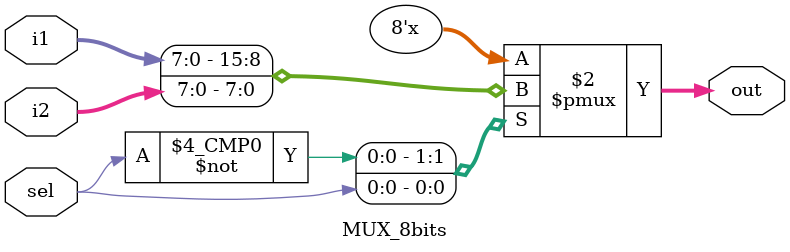
<source format=v>

module MUX_8bits( i1, i2, sel, out);
						
	input [7:0] i1, i2;
	input sel;
	output reg [7:0] out;

	always @(*)
	begin
			case(sel)
				0:out = i1;
				1:out = i2;
			endcase
	end
	
endmodule
	
</source>
